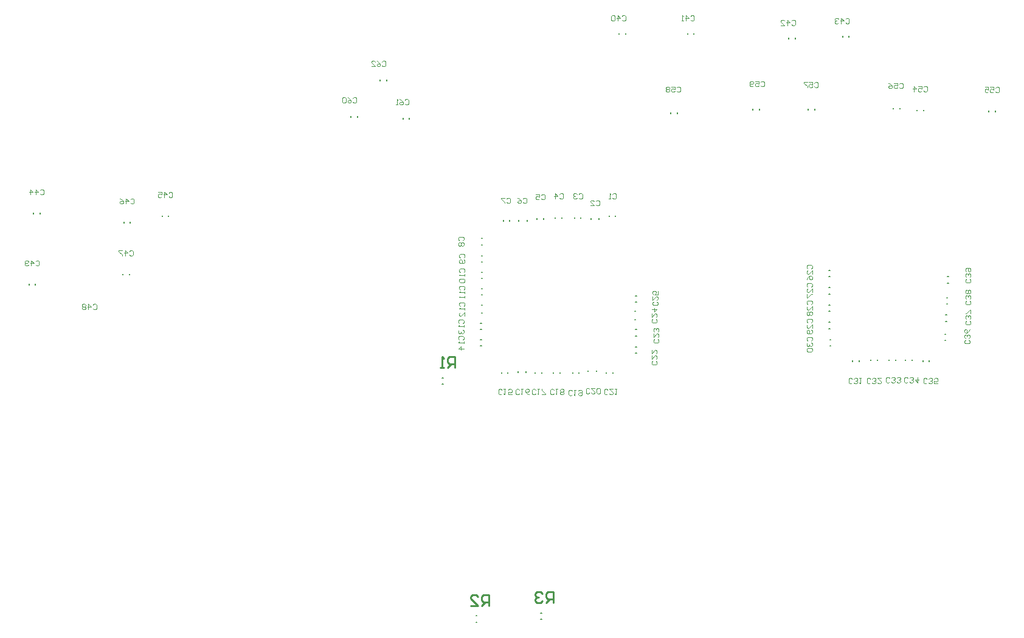
<source format=gbo>
G04 Layer_Color=32896*
%FSLAX44Y44*%
%MOMM*%
G71*
G01*
G75*
%ADD42C,0.2540*%
%ADD61C,0.2000*%
%ADD99C,0.1200*%
D42*
X765302Y69088D02*
Y84323D01*
X757684D01*
X755145Y81784D01*
Y76705D01*
X757684Y74166D01*
X765302D01*
X760224D02*
X755145Y69088D01*
X750067Y81784D02*
X747528Y84323D01*
X742449D01*
X739910Y81784D01*
Y79245D01*
X742449Y76705D01*
X744989D01*
X742449D01*
X739910Y74166D01*
Y71627D01*
X742449Y69088D01*
X747528D01*
X750067Y71627D01*
X675132Y65278D02*
Y80513D01*
X667514D01*
X664975Y77974D01*
Y72895D01*
X667514Y70356D01*
X675132D01*
X670054D02*
X664975Y65278D01*
X649740D02*
X659897D01*
X649740Y75435D01*
Y77974D01*
X652279Y80513D01*
X657358D01*
X659897Y77974D01*
X628142Y396748D02*
Y411983D01*
X620524D01*
X617985Y409444D01*
Y404366D01*
X620524Y401826D01*
X628142D01*
X623064D02*
X617985Y396748D01*
X612907D02*
X607829D01*
X610368D01*
Y411983D01*
X612907Y409444D01*
D61*
X828710Y604020D02*
Y605020D01*
X817210Y604020D02*
Y605020D01*
X532820Y797060D02*
Y798060D01*
X523820Y797060D02*
Y798060D01*
X564570Y743720D02*
Y744720D01*
X555570Y743720D02*
Y744720D01*
X492180Y746260D02*
Y747260D01*
X483180Y746260D02*
Y747260D01*
X1042595Y756461D02*
Y757461D01*
X1051596Y756461D02*
Y757461D01*
X937296Y751381D02*
Y752381D01*
X928295Y751381D02*
Y752381D01*
X1129066Y756461D02*
Y757461D01*
X1120065Y756461D02*
Y757461D01*
X1247176Y757731D02*
Y758731D01*
X1238175Y757731D02*
Y758731D01*
X1371525Y753921D02*
Y754921D01*
X1380526Y753921D02*
Y754921D01*
X1271195Y755191D02*
Y756191D01*
X1280196Y755191D02*
Y756191D01*
X43870Y512580D02*
Y513580D01*
X34870Y512580D02*
Y513580D01*
X174680Y526550D02*
Y527550D01*
X165680Y526550D02*
Y527550D01*
X175950Y598940D02*
Y599940D01*
X166950Y598940D02*
Y599940D01*
X229290Y607830D02*
Y608830D01*
X220290Y607830D02*
Y608830D01*
X50220Y611640D02*
Y612640D01*
X41220Y611640D02*
Y612640D01*
X1176710Y858020D02*
Y859020D01*
X1167710Y858020D02*
Y859020D01*
X1101780Y855480D02*
Y856480D01*
X1092780Y855480D02*
Y856480D01*
X960810Y861830D02*
Y862830D01*
X951810Y861830D02*
Y862830D01*
X865560Y861830D02*
Y862830D01*
X856560Y861830D02*
Y862830D01*
X1313950Y523930D02*
X1314950D01*
X1313950Y514930D02*
X1314950D01*
X1312680Y494720D02*
X1313680D01*
X1312680Y485720D02*
X1313680D01*
X1311410Y470590D02*
X1312410D01*
X1311410Y461590D02*
X1312410D01*
X1310140Y443920D02*
X1311140D01*
X1310140Y434920D02*
X1311140D01*
X1288470Y405900D02*
Y406900D01*
X1279470Y405900D02*
Y406900D01*
X1264340Y407170D02*
Y408170D01*
X1255340Y407170D02*
Y408170D01*
X1241480Y407170D02*
Y408170D01*
X1232480Y407170D02*
Y408170D01*
X1216080Y407170D02*
Y408170D01*
X1207080Y407170D02*
Y408170D01*
X1181680Y405900D02*
Y406900D01*
X1190680Y405900D02*
Y406900D01*
X1150120Y436300D02*
X1151120D01*
X1150120Y427300D02*
X1151120D01*
X1148850Y460430D02*
X1149850D01*
X1148850Y451430D02*
X1149850D01*
X1148850Y484560D02*
X1149850D01*
X1148850Y475560D02*
X1149850D01*
X1148850Y508690D02*
X1149850D01*
X1148850Y499690D02*
X1149850D01*
X1148850Y532820D02*
X1149850D01*
X1148850Y523820D02*
X1149850D01*
X879610Y497260D02*
X880610D01*
X879610Y488260D02*
X880610D01*
X879610Y450270D02*
X880610D01*
X879610Y441270D02*
X880610D01*
X879610Y426140D02*
X880610D01*
X879610Y417140D02*
X880610D01*
X847780Y389390D02*
Y390390D01*
X838780Y389390D02*
Y390390D01*
X800790Y389390D02*
Y390390D01*
X791790Y389390D02*
Y390390D01*
X774120Y389390D02*
Y390390D01*
X765120Y389390D02*
Y390390D01*
X748720Y389390D02*
Y390390D01*
X739720Y389390D02*
Y390390D01*
X701730Y389390D02*
Y390390D01*
X692730Y389390D02*
Y390390D01*
X663710Y427300D02*
X664710D01*
X663710Y436300D02*
X664710D01*
X663710Y450160D02*
X664710D01*
X663710Y459160D02*
X664710D01*
X664980Y498420D02*
X665980D01*
X664980Y507420D02*
X665980D01*
X664980Y521280D02*
X665980D01*
X664980Y530280D02*
X665980D01*
X664980Y553140D02*
X665980D01*
X664980Y544140D02*
X665980D01*
X664980Y577270D02*
X665980D01*
X664980Y568270D02*
X665980D01*
X695270Y601480D02*
Y602480D01*
X704270Y601480D02*
Y602480D01*
X742260Y604020D02*
Y605020D01*
X751260Y604020D02*
Y605020D01*
X767660Y605290D02*
Y606290D01*
X776660Y605290D02*
Y606290D01*
X794330Y605290D02*
Y606290D01*
X803330Y605290D02*
Y606290D01*
X842590Y607830D02*
Y608830D01*
X851590Y607830D02*
Y608830D01*
X878340Y464150D02*
X879340D01*
X878340Y475650D02*
X879340D01*
X813400Y391930D02*
Y392930D01*
X824900Y391930D02*
Y392930D01*
X715610Y390660D02*
Y391660D01*
X727110Y390660D02*
Y391660D01*
X664980Y484540D02*
X665980D01*
X664980Y473040D02*
X665980D01*
X716880Y601480D02*
Y602480D01*
X728380Y601480D02*
Y602480D01*
X610370Y373960D02*
X611370D01*
X610370Y382960D02*
X611370D01*
X657360Y42490D02*
X658360D01*
X657360Y51490D02*
X658360D01*
X747530Y46300D02*
X748530D01*
X747530Y55300D02*
X748530D01*
D99*
X847242Y638638D02*
X848491Y639888D01*
X850990D01*
X852240Y638638D01*
Y633640D01*
X850990Y632390D01*
X848491D01*
X847242Y633640D01*
X844742Y632390D02*
X842243D01*
X843493D01*
Y639888D01*
X844742Y638638D01*
X1380679Y786577D02*
X1381929Y787827D01*
X1384428D01*
X1385677Y786577D01*
Y781579D01*
X1384428Y780329D01*
X1381929D01*
X1380679Y781579D01*
X1373181Y787827D02*
X1378180D01*
Y784078D01*
X1375681Y785327D01*
X1374431D01*
X1373181Y784078D01*
Y781579D01*
X1374431Y780329D01*
X1376930D01*
X1378180Y781579D01*
X1365684Y787827D02*
X1370682D01*
Y784078D01*
X1368183Y785327D01*
X1366933D01*
X1365684Y784078D01*
Y781579D01*
X1366933Y780329D01*
X1369433D01*
X1370682Y781579D01*
X1280349Y787847D02*
X1281599Y789097D01*
X1284098D01*
X1285347Y787847D01*
Y782849D01*
X1284098Y781599D01*
X1281599D01*
X1280349Y782849D01*
X1272851Y789097D02*
X1277850D01*
Y785348D01*
X1275351Y786597D01*
X1274101D01*
X1272851Y785348D01*
Y782849D01*
X1274101Y781599D01*
X1276600D01*
X1277850Y782849D01*
X1266603Y781599D02*
Y789097D01*
X1270352Y785348D01*
X1265354D01*
X44024Y545236D02*
X45273Y546486D01*
X47772D01*
X49022Y545236D01*
Y540238D01*
X47772Y538988D01*
X45273D01*
X44024Y540238D01*
X37776Y538988D02*
Y546486D01*
X41524Y542737D01*
X36526D01*
X34027Y540238D02*
X32777Y538988D01*
X30278D01*
X29028Y540238D01*
Y545236D01*
X30278Y546486D01*
X32777D01*
X34027Y545236D01*
Y543986D01*
X32777Y542737D01*
X29028D01*
X123780Y484530D02*
X125029Y485780D01*
X127528D01*
X128778Y484530D01*
Y479532D01*
X127528Y478282D01*
X125029D01*
X123780Y479532D01*
X117532Y478282D02*
Y485780D01*
X121280Y482031D01*
X116282D01*
X113783Y484530D02*
X112533Y485780D01*
X110034D01*
X108784Y484530D01*
Y483280D01*
X110034Y482031D01*
X108784Y480781D01*
Y479532D01*
X110034Y478282D01*
X112533D01*
X113783Y479532D01*
Y480781D01*
X112533Y482031D01*
X113783Y483280D01*
Y484530D01*
X112533Y482031D02*
X110034D01*
X174834Y559206D02*
X176083Y560456D01*
X178582D01*
X179832Y559206D01*
Y554208D01*
X178582Y552958D01*
X176083D01*
X174834Y554208D01*
X168586Y552958D02*
Y560456D01*
X172334Y556707D01*
X167336D01*
X164837Y560456D02*
X159838D01*
Y559206D01*
X164837Y554208D01*
Y552958D01*
X176104Y631596D02*
X177353Y632846D01*
X179852D01*
X181102Y631596D01*
Y626598D01*
X179852Y625348D01*
X177353D01*
X176104Y626598D01*
X169856Y625348D02*
Y632846D01*
X173604Y629097D01*
X168606D01*
X161108Y632846D02*
X163608Y631596D01*
X166107Y629097D01*
Y626598D01*
X164857Y625348D01*
X162358D01*
X161108Y626598D01*
Y627847D01*
X162358Y629097D01*
X166107D01*
X229444Y640486D02*
X230693Y641736D01*
X233192D01*
X234442Y640486D01*
Y635488D01*
X233192Y634238D01*
X230693D01*
X229444Y635488D01*
X223196Y634238D02*
Y641736D01*
X226944Y637987D01*
X221946D01*
X214448Y641736D02*
X219447D01*
Y637987D01*
X216948Y639236D01*
X215698D01*
X214448Y637987D01*
Y635488D01*
X215698Y634238D01*
X218197D01*
X219447Y635488D01*
X50374Y644296D02*
X51623Y645546D01*
X54122D01*
X55372Y644296D01*
Y639298D01*
X54122Y638048D01*
X51623D01*
X50374Y639298D01*
X44126Y638048D02*
Y645546D01*
X47874Y641797D01*
X42876D01*
X36628Y638048D02*
Y645546D01*
X40377Y641797D01*
X35378D01*
X1171784Y882802D02*
X1173033Y884052D01*
X1175532D01*
X1176782Y882802D01*
Y877804D01*
X1175532Y876554D01*
X1173033D01*
X1171784Y877804D01*
X1165536Y876554D02*
Y884052D01*
X1169284Y880303D01*
X1164286D01*
X1161787Y882802D02*
X1160537Y884052D01*
X1158038D01*
X1156788Y882802D01*
Y881552D01*
X1158038Y880303D01*
X1159288D01*
X1158038D01*
X1156788Y879053D01*
Y877804D01*
X1158038Y876554D01*
X1160537D01*
X1161787Y877804D01*
X1096854Y880262D02*
X1098103Y881512D01*
X1100602D01*
X1101852Y880262D01*
Y875264D01*
X1100602Y874014D01*
X1098103D01*
X1096854Y875264D01*
X1090606Y874014D02*
Y881512D01*
X1094354Y877763D01*
X1089356D01*
X1081858Y874014D02*
X1086857D01*
X1081858Y879012D01*
Y880262D01*
X1083108Y881512D01*
X1085607D01*
X1086857Y880262D01*
X955884Y886612D02*
X957133Y887862D01*
X959632D01*
X960882Y886612D01*
Y881614D01*
X959632Y880364D01*
X957133D01*
X955884Y881614D01*
X949636Y880364D02*
Y887862D01*
X953384Y884113D01*
X948386D01*
X945887Y880364D02*
X943388D01*
X944637D01*
Y887862D01*
X945887Y886612D01*
X860634D02*
X861883Y887862D01*
X864382D01*
X865632Y886612D01*
Y881614D01*
X864382Y880364D01*
X861883D01*
X860634Y881614D01*
X854386Y880364D02*
Y887862D01*
X858134Y884113D01*
X853136D01*
X850637Y886612D02*
X849387Y887862D01*
X846888D01*
X845638Y886612D01*
Y881614D01*
X846888Y880364D01*
X849387D01*
X850637Y881614D01*
Y886612D01*
X1344828Y520618D02*
X1346078Y519369D01*
Y516870D01*
X1344828Y515620D01*
X1339830D01*
X1338580Y516870D01*
Y519369D01*
X1339830Y520618D01*
X1344828Y523118D02*
X1346078Y524367D01*
Y526866D01*
X1344828Y528116D01*
X1343578D01*
X1342329Y526866D01*
Y525617D01*
Y526866D01*
X1341079Y528116D01*
X1339830D01*
X1338580Y526866D01*
Y524367D01*
X1339830Y523118D01*
Y530615D02*
X1338580Y531865D01*
Y534364D01*
X1339830Y535614D01*
X1344828D01*
X1346078Y534364D01*
Y531865D01*
X1344828Y530615D01*
X1343578D01*
X1342329Y531865D01*
Y535614D01*
X1344828Y490138D02*
X1346078Y488889D01*
Y486390D01*
X1344828Y485140D01*
X1339830D01*
X1338580Y486390D01*
Y488889D01*
X1339830Y490138D01*
X1344828Y492638D02*
X1346078Y493887D01*
Y496386D01*
X1344828Y497636D01*
X1343578D01*
X1342329Y496386D01*
Y495137D01*
Y496386D01*
X1341079Y497636D01*
X1339830D01*
X1338580Y496386D01*
Y493887D01*
X1339830Y492638D01*
X1344828Y500135D02*
X1346078Y501385D01*
Y503884D01*
X1344828Y505134D01*
X1343578D01*
X1342329Y503884D01*
X1341079Y505134D01*
X1339830D01*
X1338580Y503884D01*
Y501385D01*
X1339830Y500135D01*
X1341079D01*
X1342329Y501385D01*
X1343578Y500135D01*
X1344828D01*
X1342329Y501385D02*
Y503884D01*
X1344828Y462198D02*
X1346078Y460949D01*
Y458450D01*
X1344828Y457200D01*
X1339830D01*
X1338580Y458450D01*
Y460949D01*
X1339830Y462198D01*
X1344828Y464698D02*
X1346078Y465947D01*
Y468446D01*
X1344828Y469696D01*
X1343578D01*
X1342329Y468446D01*
Y467197D01*
Y468446D01*
X1341079Y469696D01*
X1339830D01*
X1338580Y468446D01*
Y465947D01*
X1339830Y464698D01*
X1346078Y472195D02*
Y477194D01*
X1344828D01*
X1339830Y472195D01*
X1338580D01*
X1343558Y435528D02*
X1344808Y434279D01*
Y431780D01*
X1343558Y430530D01*
X1338560D01*
X1337310Y431780D01*
Y434279D01*
X1338560Y435528D01*
X1343558Y438028D02*
X1344808Y439277D01*
Y441776D01*
X1343558Y443026D01*
X1342308D01*
X1341059Y441776D01*
Y440527D01*
Y441776D01*
X1339809Y443026D01*
X1338560D01*
X1337310Y441776D01*
Y439277D01*
X1338560Y438028D01*
X1344808Y450524D02*
X1343558Y448024D01*
X1341059Y445525D01*
X1338560D01*
X1337310Y446775D01*
Y449274D01*
X1338560Y450524D01*
X1339809D01*
X1341059Y449274D01*
Y445525D01*
X1285158Y376022D02*
X1283909Y374772D01*
X1281410D01*
X1280160Y376022D01*
Y381020D01*
X1281410Y382270D01*
X1283909D01*
X1285158Y381020D01*
X1287658Y376022D02*
X1288907Y374772D01*
X1291406D01*
X1292656Y376022D01*
Y377272D01*
X1291406Y378521D01*
X1290157D01*
X1291406D01*
X1292656Y379771D01*
Y381020D01*
X1291406Y382270D01*
X1288907D01*
X1287658Y381020D01*
X1300154Y374772D02*
X1295155D01*
Y378521D01*
X1297654Y377272D01*
X1298904D01*
X1300154Y378521D01*
Y381020D01*
X1298904Y382270D01*
X1296405D01*
X1295155Y381020D01*
X1258488Y377292D02*
X1257239Y376042D01*
X1254740D01*
X1253490Y377292D01*
Y382290D01*
X1254740Y383540D01*
X1257239D01*
X1258488Y382290D01*
X1260988Y377292D02*
X1262237Y376042D01*
X1264736D01*
X1265986Y377292D01*
Y378542D01*
X1264736Y379791D01*
X1263487D01*
X1264736D01*
X1265986Y381041D01*
Y382290D01*
X1264736Y383540D01*
X1262237D01*
X1260988Y382290D01*
X1272234Y383540D02*
Y376042D01*
X1268485Y379791D01*
X1273484D01*
X1233088Y377292D02*
X1231839Y376042D01*
X1229340D01*
X1228090Y377292D01*
Y382290D01*
X1229340Y383540D01*
X1231839D01*
X1233088Y382290D01*
X1235588Y377292D02*
X1236837Y376042D01*
X1239336D01*
X1240586Y377292D01*
Y378542D01*
X1239336Y379791D01*
X1238087D01*
X1239336D01*
X1240586Y381041D01*
Y382290D01*
X1239336Y383540D01*
X1236837D01*
X1235588Y382290D01*
X1243085Y377292D02*
X1244335Y376042D01*
X1246834D01*
X1248084Y377292D01*
Y378542D01*
X1246834Y379791D01*
X1245584D01*
X1246834D01*
X1248084Y381041D01*
Y382290D01*
X1246834Y383540D01*
X1244335D01*
X1243085Y382290D01*
X1206418Y376022D02*
X1205169Y374772D01*
X1202670D01*
X1201420Y376022D01*
Y381020D01*
X1202670Y382270D01*
X1205169D01*
X1206418Y381020D01*
X1208918Y376022D02*
X1210167Y374772D01*
X1212666D01*
X1213916Y376022D01*
Y377272D01*
X1212666Y378521D01*
X1211417D01*
X1212666D01*
X1213916Y379771D01*
Y381020D01*
X1212666Y382270D01*
X1210167D01*
X1208918Y381020D01*
X1221414Y382270D02*
X1216415D01*
X1221414Y377272D01*
Y376022D01*
X1220164Y374772D01*
X1217665D01*
X1216415Y376022D01*
X1181018D02*
X1179769Y374772D01*
X1177270D01*
X1176020Y376022D01*
Y381020D01*
X1177270Y382270D01*
X1179769D01*
X1181018Y381020D01*
X1183518Y376022D02*
X1184767Y374772D01*
X1187266D01*
X1188516Y376022D01*
Y377272D01*
X1187266Y378521D01*
X1186017D01*
X1187266D01*
X1188516Y379771D01*
Y381020D01*
X1187266Y382270D01*
X1184767D01*
X1183518Y381020D01*
X1191015Y382270D02*
X1193514D01*
X1192265D01*
Y374772D01*
X1191015Y376022D01*
X1118972Y434422D02*
X1117722Y435671D01*
Y438170D01*
X1118972Y439420D01*
X1123970D01*
X1125220Y438170D01*
Y435671D01*
X1123970Y434422D01*
X1118972Y431922D02*
X1117722Y430673D01*
Y428174D01*
X1118972Y426924D01*
X1120222D01*
X1121471Y428174D01*
Y429423D01*
Y428174D01*
X1122721Y426924D01*
X1123970D01*
X1125220Y428174D01*
Y430673D01*
X1123970Y431922D01*
X1118972Y424425D02*
X1117722Y423175D01*
Y420676D01*
X1118972Y419426D01*
X1123970D01*
X1125220Y420676D01*
Y423175D01*
X1123970Y424425D01*
X1118972D01*
Y459822D02*
X1117722Y461071D01*
Y463570D01*
X1118972Y464820D01*
X1123970D01*
X1125220Y463570D01*
Y461071D01*
X1123970Y459822D01*
X1125220Y452324D02*
Y457322D01*
X1120222Y452324D01*
X1118972D01*
X1117722Y453574D01*
Y456073D01*
X1118972Y457322D01*
X1123970Y449825D02*
X1125220Y448575D01*
Y446076D01*
X1123970Y444826D01*
X1118972D01*
X1117722Y446076D01*
Y448575D01*
X1118972Y449825D01*
X1120222D01*
X1121471Y448575D01*
Y444826D01*
X1118972Y485222D02*
X1117722Y486471D01*
Y488970D01*
X1118972Y490220D01*
X1123970D01*
X1125220Y488970D01*
Y486471D01*
X1123970Y485222D01*
X1125220Y477724D02*
Y482722D01*
X1120222Y477724D01*
X1118972D01*
X1117722Y478974D01*
Y481473D01*
X1118972Y482722D01*
Y475225D02*
X1117722Y473975D01*
Y471476D01*
X1118972Y470226D01*
X1120222D01*
X1121471Y471476D01*
X1122721Y470226D01*
X1123970D01*
X1125220Y471476D01*
Y473975D01*
X1123970Y475225D01*
X1122721D01*
X1121471Y473975D01*
X1120222Y475225D01*
X1118972D01*
X1121471Y473975D02*
Y471476D01*
X1118972Y509352D02*
X1117722Y510601D01*
Y513100D01*
X1118972Y514350D01*
X1123970D01*
X1125220Y513100D01*
Y510601D01*
X1123970Y509352D01*
X1125220Y501854D02*
Y506852D01*
X1120222Y501854D01*
X1118972D01*
X1117722Y503104D01*
Y505603D01*
X1118972Y506852D01*
X1117722Y499355D02*
Y494356D01*
X1118972D01*
X1123970Y499355D01*
X1125220D01*
X1118972Y534752D02*
X1117722Y536001D01*
Y538500D01*
X1118972Y539750D01*
X1123970D01*
X1125220Y538500D01*
Y536001D01*
X1123970Y534752D01*
X1125220Y527254D02*
Y532252D01*
X1120222Y527254D01*
X1118972D01*
X1117722Y528504D01*
Y531003D01*
X1118972Y532252D01*
X1117722Y519756D02*
X1118972Y522256D01*
X1121471Y524755D01*
X1123970D01*
X1125220Y523505D01*
Y521006D01*
X1123970Y519756D01*
X1122721D01*
X1121471Y521006D01*
Y524755D01*
X909218Y488868D02*
X910468Y487619D01*
Y485120D01*
X909218Y483870D01*
X904220D01*
X902970Y485120D01*
Y487619D01*
X904220Y488868D01*
X902970Y496366D02*
Y491368D01*
X907968Y496366D01*
X909218D01*
X910468Y495116D01*
Y492617D01*
X909218Y491368D01*
X910468Y503864D02*
Y498865D01*
X906719D01*
X907968Y501364D01*
Y502614D01*
X906719Y503864D01*
X904220D01*
X902970Y502614D01*
Y500115D01*
X904220Y498865D01*
X907948Y464738D02*
X909198Y463489D01*
Y460990D01*
X907948Y459740D01*
X902950D01*
X901700Y460990D01*
Y463489D01*
X902950Y464738D01*
X901700Y472236D02*
Y467238D01*
X906698Y472236D01*
X907948D01*
X909198Y470986D01*
Y468487D01*
X907948Y467238D01*
X901700Y478484D02*
X909198D01*
X905449Y474735D01*
Y479734D01*
X910488Y436798D02*
X911738Y435549D01*
Y433050D01*
X910488Y431800D01*
X905490D01*
X904240Y433050D01*
Y435549D01*
X905490Y436798D01*
X904240Y444296D02*
Y439298D01*
X909238Y444296D01*
X910488D01*
X911738Y443046D01*
Y440547D01*
X910488Y439298D01*
Y446795D02*
X911738Y448045D01*
Y450544D01*
X910488Y451794D01*
X909238D01*
X907989Y450544D01*
Y449294D01*
Y450544D01*
X906739Y451794D01*
X905490D01*
X904240Y450544D01*
Y448045D01*
X905490Y446795D01*
X907948Y406318D02*
X909198Y405069D01*
Y402570D01*
X907948Y401320D01*
X902950D01*
X901700Y402570D01*
Y405069D01*
X902950Y406318D01*
X901700Y413816D02*
Y408818D01*
X906698Y413816D01*
X907948D01*
X909198Y412566D01*
Y410067D01*
X907948Y408818D01*
X901700Y421314D02*
Y416315D01*
X906698Y421314D01*
X907948D01*
X909198Y420064D01*
Y417565D01*
X907948Y416315D01*
X840658Y360782D02*
X839409Y359532D01*
X836910D01*
X835660Y360782D01*
Y365780D01*
X836910Y367030D01*
X839409D01*
X840658Y365780D01*
X848156Y367030D02*
X843158D01*
X848156Y362032D01*
Y360782D01*
X846906Y359532D01*
X844407D01*
X843158Y360782D01*
X850655Y367030D02*
X853154D01*
X851905D01*
Y359532D01*
X850655Y360782D01*
X815258Y362052D02*
X814009Y360802D01*
X811510D01*
X810260Y362052D01*
Y367050D01*
X811510Y368300D01*
X814009D01*
X815258Y367050D01*
X822756Y368300D02*
X817758D01*
X822756Y363302D01*
Y362052D01*
X821506Y360802D01*
X819007D01*
X817758Y362052D01*
X825255D02*
X826505Y360802D01*
X829004D01*
X830254Y362052D01*
Y367050D01*
X829004Y368300D01*
X826505D01*
X825255Y367050D01*
Y362052D01*
X791128Y359512D02*
X789879Y358262D01*
X787380D01*
X786130Y359512D01*
Y364510D01*
X787380Y365760D01*
X789879D01*
X791128Y364510D01*
X793628Y365760D02*
X796127D01*
X794877D01*
Y358262D01*
X793628Y359512D01*
X799876Y364510D02*
X801125Y365760D01*
X803624D01*
X804874Y364510D01*
Y359512D01*
X803624Y358262D01*
X801125D01*
X799876Y359512D01*
Y360762D01*
X801125Y362011D01*
X804874D01*
X765728Y360782D02*
X764479Y359532D01*
X761980D01*
X760730Y360782D01*
Y365780D01*
X761980Y367030D01*
X764479D01*
X765728Y365780D01*
X768228Y367030D02*
X770727D01*
X769477D01*
Y359532D01*
X768228Y360782D01*
X774476D02*
X775725Y359532D01*
X778224D01*
X779474Y360782D01*
Y362032D01*
X778224Y363281D01*
X779474Y364531D01*
Y365780D01*
X778224Y367030D01*
X775725D01*
X774476Y365780D01*
Y364531D01*
X775725Y363281D01*
X774476Y362032D01*
Y360782D01*
X775725Y363281D02*
X778224D01*
X740328Y360782D02*
X739079Y359532D01*
X736580D01*
X735330Y360782D01*
Y365780D01*
X736580Y367030D01*
X739079D01*
X740328Y365780D01*
X742828Y367030D02*
X745327D01*
X744077D01*
Y359532D01*
X742828Y360782D01*
X749076Y359532D02*
X754074D01*
Y360782D01*
X749076Y365780D01*
Y367030D01*
X693338Y360782D02*
X692089Y359532D01*
X689590D01*
X688340Y360782D01*
Y365780D01*
X689590Y367030D01*
X692089D01*
X693338Y365780D01*
X695838Y367030D02*
X698337D01*
X697087D01*
Y359532D01*
X695838Y360782D01*
X707084Y359532D02*
X702086D01*
Y363281D01*
X704585Y362032D01*
X705834D01*
X707084Y363281D01*
Y365780D01*
X705834Y367030D01*
X703335D01*
X702086Y365780D01*
X633832Y435692D02*
X632582Y436941D01*
Y439440D01*
X633832Y440690D01*
X638830D01*
X640080Y439440D01*
Y436941D01*
X638830Y435692D01*
X640080Y433192D02*
Y430693D01*
Y431943D01*
X632582D01*
X633832Y433192D01*
X640080Y423196D02*
X632582D01*
X636331Y426944D01*
Y421946D01*
X633832Y458552D02*
X632582Y459801D01*
Y462300D01*
X633832Y463550D01*
X638830D01*
X640080Y462300D01*
Y459801D01*
X638830Y458552D01*
X640080Y456052D02*
Y453553D01*
Y454803D01*
X632582D01*
X633832Y456052D01*
Y449804D02*
X632582Y448555D01*
Y446056D01*
X633832Y444806D01*
X635082D01*
X636331Y446056D01*
Y447305D01*
Y446056D01*
X637581Y444806D01*
X638830D01*
X640080Y446056D01*
Y448555D01*
X638830Y449804D01*
X635102Y482682D02*
X633852Y483931D01*
Y486430D01*
X635102Y487680D01*
X640100D01*
X641350Y486430D01*
Y483931D01*
X640100Y482682D01*
X641350Y480182D02*
Y477683D01*
Y478933D01*
X633852D01*
X635102Y480182D01*
X641350Y468936D02*
Y473934D01*
X636352Y468936D01*
X635102D01*
X633852Y470186D01*
Y472685D01*
X635102Y473934D01*
Y505542D02*
X633852Y506791D01*
Y509290D01*
X635102Y510540D01*
X640100D01*
X641350Y509290D01*
Y506791D01*
X640100Y505542D01*
X641350Y503042D02*
Y500543D01*
Y501793D01*
X633852D01*
X635102Y503042D01*
X641350Y496794D02*
Y494295D01*
Y495545D01*
X633852D01*
X635102Y496794D01*
Y529672D02*
X633852Y530921D01*
Y533420D01*
X635102Y534670D01*
X640100D01*
X641350Y533420D01*
Y530921D01*
X640100Y529672D01*
X641350Y527172D02*
Y524673D01*
Y525923D01*
X633852D01*
X635102Y527172D01*
Y520924D02*
X633852Y519675D01*
Y517176D01*
X635102Y515926D01*
X640100D01*
X641350Y517176D01*
Y519675D01*
X640100Y520924D01*
X635102D01*
Y549992D02*
X633852Y551241D01*
Y553740D01*
X635102Y554990D01*
X640100D01*
X641350Y553740D01*
Y551241D01*
X640100Y549992D01*
Y547492D02*
X641350Y546243D01*
Y543744D01*
X640100Y542494D01*
X635102D01*
X633852Y543744D01*
Y546243D01*
X635102Y547492D01*
X636352D01*
X637601Y546243D01*
Y542494D01*
X633832Y574122D02*
X632582Y575371D01*
Y577870D01*
X633832Y579120D01*
X638830D01*
X640080Y577870D01*
Y575371D01*
X638830Y574122D01*
X633832Y571622D02*
X632582Y570373D01*
Y567874D01*
X633832Y566624D01*
X635082D01*
X636331Y567874D01*
X637581Y566624D01*
X638830D01*
X640080Y567874D01*
Y570373D01*
X638830Y571622D01*
X637581D01*
X636331Y570373D01*
X635082Y571622D01*
X633832D01*
X636331Y570373D02*
Y567874D01*
X699852Y632358D02*
X701101Y633608D01*
X703600D01*
X704850Y632358D01*
Y627360D01*
X703600Y626110D01*
X701101D01*
X699852Y627360D01*
X697352Y633608D02*
X692354D01*
Y632358D01*
X697352Y627360D01*
Y626110D01*
X722712Y632358D02*
X723961Y633608D01*
X726460D01*
X727710Y632358D01*
Y627360D01*
X726460Y626110D01*
X723961D01*
X722712Y627360D01*
X715214Y633608D02*
X717713Y632358D01*
X720212Y629859D01*
Y627360D01*
X718963Y626110D01*
X716464D01*
X715214Y627360D01*
Y628609D01*
X716464Y629859D01*
X720212D01*
X748112Y637438D02*
X749361Y638688D01*
X751860D01*
X753110Y637438D01*
Y632440D01*
X751860Y631190D01*
X749361D01*
X748112Y632440D01*
X740614Y638688D02*
X745612D01*
Y634939D01*
X743113Y636188D01*
X741864D01*
X740614Y634939D01*
Y632440D01*
X741864Y631190D01*
X744363D01*
X745612Y632440D01*
X773512Y638708D02*
X774761Y639958D01*
X777260D01*
X778510Y638708D01*
Y633710D01*
X777260Y632460D01*
X774761D01*
X773512Y633710D01*
X767264Y632460D02*
Y639958D01*
X771012Y636209D01*
X766014D01*
X800182Y638708D02*
X801431Y639958D01*
X803930D01*
X805180Y638708D01*
Y633710D01*
X803930Y632460D01*
X801431D01*
X800182Y633710D01*
X797682Y638708D02*
X796433Y639958D01*
X793934D01*
X792684Y638708D01*
Y637458D01*
X793934Y636209D01*
X795183D01*
X793934D01*
X792684Y634959D01*
Y633710D01*
X793934Y632460D01*
X796433D01*
X797682Y633710D01*
X824058Y629056D02*
X825307Y630306D01*
X827806D01*
X829056Y629056D01*
Y624058D01*
X827806Y622808D01*
X825307D01*
X824058Y624058D01*
X816560Y622808D02*
X821558D01*
X816560Y627806D01*
Y629056D01*
X817810Y630306D01*
X820309D01*
X821558Y629056D01*
X717468Y360782D02*
X716219Y359532D01*
X713720D01*
X712470Y360782D01*
Y365780D01*
X713720Y367030D01*
X716219D01*
X717468Y365780D01*
X719968Y367030D02*
X722467D01*
X721217D01*
Y359532D01*
X719968Y360782D01*
X731214Y359532D02*
X728715Y360782D01*
X726216Y363281D01*
Y365780D01*
X727465Y367030D01*
X729964D01*
X731214Y365780D01*
Y364531D01*
X729964Y363281D01*
X726216D01*
X1246567Y792419D02*
X1247817Y793669D01*
X1250316D01*
X1251565Y792419D01*
Y787421D01*
X1250316Y786171D01*
X1247817D01*
X1246567Y787421D01*
X1239070Y793669D02*
X1244068D01*
Y789920D01*
X1241569Y791169D01*
X1240319D01*
X1239070Y789920D01*
Y787421D01*
X1240319Y786171D01*
X1242818D01*
X1244068Y787421D01*
X1231572Y793669D02*
X1234071Y792419D01*
X1236570Y789920D01*
Y787421D01*
X1235321Y786171D01*
X1232822D01*
X1231572Y787421D01*
Y788670D01*
X1232822Y789920D01*
X1236570D01*
X1128457Y793689D02*
X1129707Y794939D01*
X1132206D01*
X1133456Y793689D01*
Y788690D01*
X1132206Y787441D01*
X1129707D01*
X1128457Y788690D01*
X1120959Y794939D02*
X1125958D01*
Y791190D01*
X1123459Y792439D01*
X1122209D01*
X1120959Y791190D01*
Y788690D01*
X1122209Y787441D01*
X1124708D01*
X1125958Y788690D01*
X1118460Y794939D02*
X1113462D01*
Y793689D01*
X1118460Y788690D01*
Y787441D01*
X936687Y787339D02*
X937937Y788588D01*
X940436D01*
X941685Y787339D01*
Y782340D01*
X940436Y781091D01*
X937937D01*
X936687Y782340D01*
X929190Y788588D02*
X934188D01*
Y784840D01*
X931689Y786089D01*
X930439D01*
X929190Y784840D01*
Y782340D01*
X930439Y781091D01*
X932938D01*
X934188Y782340D01*
X926690Y787339D02*
X925441Y788588D01*
X922942D01*
X921692Y787339D01*
Y786089D01*
X922942Y784840D01*
X921692Y783590D01*
Y782340D01*
X922942Y781091D01*
X925441D01*
X926690Y782340D01*
Y783590D01*
X925441Y784840D01*
X926690Y786089D01*
Y787339D01*
X925441Y784840D02*
X922942D01*
X1053527Y794959D02*
X1054777Y796208D01*
X1057276D01*
X1058525Y794959D01*
Y789960D01*
X1057276Y788711D01*
X1054777D01*
X1053527Y789960D01*
X1046030Y796208D02*
X1051028D01*
Y792460D01*
X1048529Y793709D01*
X1047279D01*
X1046030Y792460D01*
Y789960D01*
X1047279Y788711D01*
X1049778D01*
X1051028Y789960D01*
X1043530D02*
X1042281Y788711D01*
X1039781D01*
X1038532Y789960D01*
Y794959D01*
X1039781Y796208D01*
X1042281D01*
X1043530Y794959D01*
Y793709D01*
X1042281Y792460D01*
X1038532D01*
X485857Y772439D02*
X487106Y773689D01*
X489605D01*
X490855Y772439D01*
Y767441D01*
X489605Y766191D01*
X487106D01*
X485857Y767441D01*
X478359Y773689D02*
X480858Y772439D01*
X483357Y769940D01*
Y767441D01*
X482108Y766191D01*
X479609D01*
X478359Y767441D01*
Y768690D01*
X479609Y769940D01*
X483357D01*
X475860Y772439D02*
X474610Y773689D01*
X472111D01*
X470861Y772439D01*
Y767441D01*
X472111Y766191D01*
X474610D01*
X475860Y767441D01*
Y772439D01*
X558247Y769899D02*
X559496Y771149D01*
X561995D01*
X563245Y769899D01*
Y764901D01*
X561995Y763651D01*
X559496D01*
X558247Y764901D01*
X550749Y771149D02*
X553248Y769899D01*
X555747Y767400D01*
Y764901D01*
X554498Y763651D01*
X551999D01*
X550749Y764901D01*
Y766150D01*
X551999Y767400D01*
X555747D01*
X548250Y763651D02*
X545751D01*
X547000D01*
Y771149D01*
X548250Y769899D01*
X526497Y823239D02*
X527746Y824489D01*
X530245D01*
X531495Y823239D01*
Y818241D01*
X530245Y816991D01*
X527746D01*
X526497Y818241D01*
X518999Y824489D02*
X521498Y823239D01*
X523997Y820740D01*
Y818241D01*
X522748Y816991D01*
X520249D01*
X518999Y818241D01*
Y819490D01*
X520249Y820740D01*
X523997D01*
X511501Y816991D02*
X516500D01*
X511501Y821989D01*
Y823239D01*
X512751Y824489D01*
X515250D01*
X516500Y823239D01*
M02*

</source>
